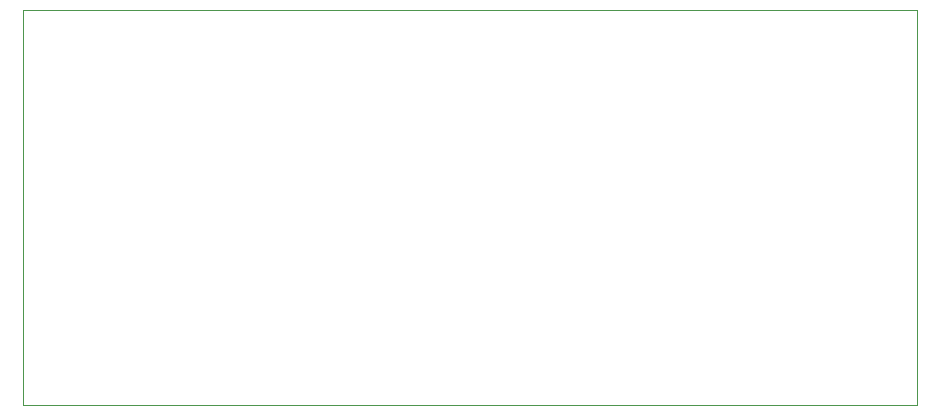
<source format=gbr>
%TF.GenerationSoftware,KiCad,Pcbnew,7.0.2-0*%
%TF.CreationDate,2023-12-14T06:19:47-08:00*%
%TF.ProjectId,c64-rom-326298,6336342d-726f-46d2-9d33-32363239382e,1.0*%
%TF.SameCoordinates,Original*%
%TF.FileFunction,Profile,NP*%
%FSLAX46Y46*%
G04 Gerber Fmt 4.6, Leading zero omitted, Abs format (unit mm)*
G04 Created by KiCad (PCBNEW 7.0.2-0) date 2023-12-14 06:19:47*
%MOMM*%
%LPD*%
G01*
G04 APERTURE LIST*
%TA.AperFunction,Profile*%
%ADD10C,0.100000*%
%TD*%
G04 APERTURE END LIST*
D10*
X111480600Y-82956400D02*
X187172600Y-82956400D01*
X187172600Y-116332000D01*
X111480600Y-116332000D01*
X111480600Y-82956400D01*
M02*

</source>
